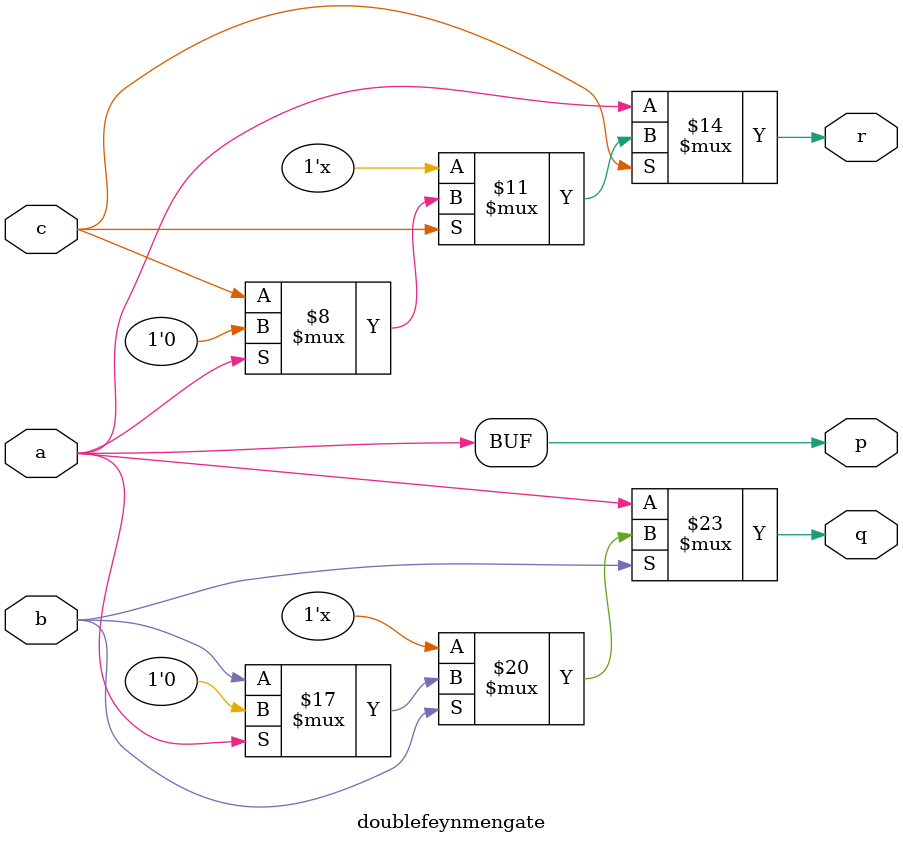
<source format=sv>

module doublefeynmengate(
    input bit a,b,c,
    output bit p,q,r
);
  assign p = a;
  
  always @(a or b) begin
    if (b==0) begin
      q = a;
    end else begin
      if (a==0) begin
        q = b;
      end else begin
        q = 0;
      end
    end
  end

  always @(a or c) begin
    if (c==0) begin
      r = a;
    end else begin
      if (a==0) begin
        r = c;
      end else begin
        r = 0;
      end
    end
  end
endmodule
</source>
